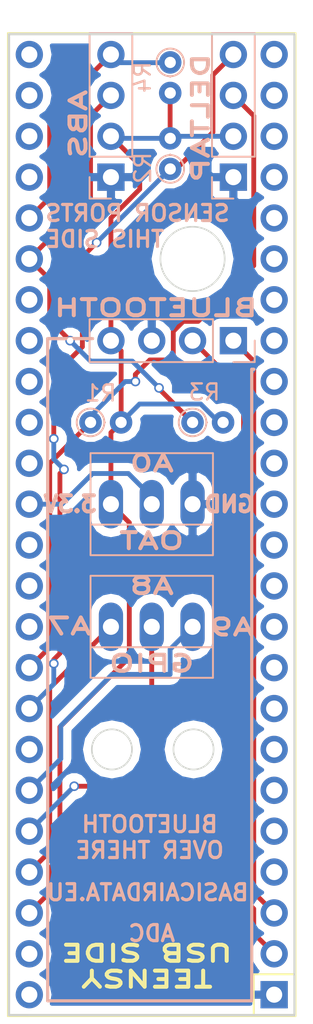
<source format=kicad_pcb>
(kicad_pcb (version 4) (host pcbnew 4.0.6)

  (general
    (links 26)
    (no_connects 0)
    (area 39.884999 28.235 59.643334 92.195001)
    (thickness 1.6)
    (drawings 59)
    (tracks 118)
    (zones 0)
    (modules 10)
    (nets 49)
  )

  (page A4)
  (layers
    (0 F.Cu signal)
    (31 B.Cu signal)
    (32 B.Adhes user)
    (33 F.Adhes user)
    (34 B.Paste user)
    (35 F.Paste user)
    (36 B.SilkS user)
    (37 F.SilkS user)
    (38 B.Mask user)
    (39 F.Mask user)
    (40 Dwgs.User user)
    (41 Cmts.User user)
    (42 Eco1.User user)
    (43 Eco2.User user)
    (44 Edge.Cuts user)
    (45 Margin user)
    (46 B.CrtYd user)
    (47 F.CrtYd user)
    (48 B.Fab user)
    (49 F.Fab user)
  )

  (setup
    (last_trace_width 0.3)
    (trace_clearance 0.2)
    (zone_clearance 0.508)
    (zone_45_only no)
    (trace_min 0.3)
    (segment_width 0.2)
    (edge_width 0.15)
    (via_size 0.6)
    (via_drill 0.4)
    (via_min_size 0.4)
    (via_min_drill 0.3)
    (uvia_size 0.3)
    (uvia_drill 0.1)
    (uvias_allowed no)
    (uvia_min_size 0.2)
    (uvia_min_drill 0.1)
    (pcb_text_width 0.3)
    (pcb_text_size 1.5 1.5)
    (mod_edge_width 0.15)
    (mod_text_size 1 1)
    (mod_text_width 0.15)
    (pad_size 1.524 1.524)
    (pad_drill 0.762)
    (pad_to_mask_clearance 0.2)
    (aux_axis_origin 40.64 91.44)
    (visible_elements 7FFFFFFF)
    (pcbplotparams
      (layerselection 0x01030_80000001)
      (usegerberextensions false)
      (excludeedgelayer true)
      (linewidth 0.100000)
      (plotframeref false)
      (viasonmask false)
      (mode 1)
      (useauxorigin true)
      (hpglpennumber 1)
      (hpglpenspeed 20)
      (hpglpendiameter 15)
      (hpglpenoverlay 2)
      (psnegative false)
      (psa4output false)
      (plotreference true)
      (plotvalue true)
      (plotinvisibletext false)
      (padsonsilk false)
      (subtractmaskfromsilk false)
      (outputformat 1)
      (mirror false)
      (drillshape 0)
      (scaleselection 1)
      (outputdirectory C:/Users/larraguetajunior/Desktop/PCBRPINT/))
  )

  (net 0 "")
  (net 1 "Net-(ABSP1-Pad3)")
  (net 2 "Net-(ABSP1-Pad4)")
  (net 3 "Net-(DELTAP1-Pad3)")
  (net 4 "Net-(DELTAP1-Pad4)")
  (net 5 "Net-(OAT1-Pad2)")
  (net 6 GND)
  (net 7 +3V3)
  (net 8 "Net-(BLUETOOTH1-Pad1)")
  (net 9 "Net-(BLUETOOTH1-Pad2)")
  (net 10 "Net-(GPIO1-Pad1)")
  (net 11 "Net-(GPIO1-Pad2)")
  (net 12 "Net-(TEENSYV3.6-Pad25)")
  (net 13 "Net-(TEENSYV3.6-Pad26)")
  (net 14 "Net-(TEENSYV3.6-Pad4)")
  (net 15 "Net-(TEENSYV3.6-Pad5)")
  (net 16 "Net-(TEENSYV3.6-Pad6)")
  (net 17 "Net-(TEENSYV3.6-Pad7)")
  (net 18 "Net-(TEENSYV3.6-Pad31)")
  (net 19 "Net-(TEENSYV3.6-Pad8)")
  (net 20 "Net-(TEENSYV3.6-Pad9)")
  (net 21 "Net-(TEENSYV3.6-Pad10)")
  (net 22 "Net-(TEENSYV3.6-Pad34)")
  (net 23 "Net-(TEENSYV3.6-Pad11)")
  (net 24 "Net-(TEENSYV3.6-Pad35)")
  (net 25 "Net-(TEENSYV3.6-Pad12)")
  (net 26 "Net-(TEENSYV3.6-Pad36)")
  (net 27 "Net-(TEENSYV3.6-Pad13)")
  (net 28 "Net-(TEENSYV3.6-Pad14)")
  (net 29 "Net-(TEENSYV3.6-Pad38)")
  (net 30 "Net-(TEENSYV3.6-Pad15)")
  (net 31 "Net-(TEENSYV3.6-Pad39)")
  (net 32 "Net-(TEENSYV3.6-Pad16)")
  (net 33 "Net-(TEENSYV3.6-Pad40)")
  (net 34 "Net-(TEENSYV3.6-Pad17)")
  (net 35 "Net-(TEENSYV3.6-Pad41)")
  (net 36 "Net-(TEENSYV3.6-Pad18)")
  (net 37 "Net-(TEENSYV3.6-Pad42)")
  (net 38 "Net-(TEENSYV3.6-Pad19)")
  (net 39 "Net-(TEENSYV3.6-Pad20)")
  (net 40 "Net-(TEENSYV3.6-Pad21)")
  (net 41 "Net-(TEENSYV3.6-Pad45)")
  (net 42 "Net-(TEENSYV3.6-Pad22)")
  (net 43 "Net-(TEENSYV3.6-Pad46)")
  (net 44 "Net-(TEENSYV3.6-Pad23)")
  (net 45 "Net-(TEENSYV3.6-Pad47)")
  (net 46 "Net-(TEENSYV3.6-Pad24)")
  (net 47 "Net-(TEENSYV3.6-Pad48)")
  (net 48 "Net-(GPIO1-Pad3)")

  (net_class Default "Questo è il gruppo di collegamenti predefinito"
    (clearance 0.2)
    (trace_width 0.3)
    (via_dia 0.6)
    (via_drill 0.4)
    (uvia_dia 0.3)
    (uvia_drill 0.1)
    (add_net +3V3)
    (add_net GND)
    (add_net "Net-(ABSP1-Pad3)")
    (add_net "Net-(ABSP1-Pad4)")
    (add_net "Net-(BLUETOOTH1-Pad1)")
    (add_net "Net-(BLUETOOTH1-Pad2)")
    (add_net "Net-(DELTAP1-Pad3)")
    (add_net "Net-(DELTAP1-Pad4)")
    (add_net "Net-(GPIO1-Pad1)")
    (add_net "Net-(GPIO1-Pad2)")
    (add_net "Net-(GPIO1-Pad3)")
    (add_net "Net-(OAT1-Pad2)")
    (add_net "Net-(TEENSYV3.6-Pad10)")
    (add_net "Net-(TEENSYV3.6-Pad11)")
    (add_net "Net-(TEENSYV3.6-Pad12)")
    (add_net "Net-(TEENSYV3.6-Pad13)")
    (add_net "Net-(TEENSYV3.6-Pad14)")
    (add_net "Net-(TEENSYV3.6-Pad15)")
    (add_net "Net-(TEENSYV3.6-Pad16)")
    (add_net "Net-(TEENSYV3.6-Pad17)")
    (add_net "Net-(TEENSYV3.6-Pad18)")
    (add_net "Net-(TEENSYV3.6-Pad19)")
    (add_net "Net-(TEENSYV3.6-Pad20)")
    (add_net "Net-(TEENSYV3.6-Pad21)")
    (add_net "Net-(TEENSYV3.6-Pad22)")
    (add_net "Net-(TEENSYV3.6-Pad23)")
    (add_net "Net-(TEENSYV3.6-Pad24)")
    (add_net "Net-(TEENSYV3.6-Pad25)")
    (add_net "Net-(TEENSYV3.6-Pad26)")
    (add_net "Net-(TEENSYV3.6-Pad31)")
    (add_net "Net-(TEENSYV3.6-Pad34)")
    (add_net "Net-(TEENSYV3.6-Pad35)")
    (add_net "Net-(TEENSYV3.6-Pad36)")
    (add_net "Net-(TEENSYV3.6-Pad38)")
    (add_net "Net-(TEENSYV3.6-Pad39)")
    (add_net "Net-(TEENSYV3.6-Pad4)")
    (add_net "Net-(TEENSYV3.6-Pad40)")
    (add_net "Net-(TEENSYV3.6-Pad41)")
    (add_net "Net-(TEENSYV3.6-Pad42)")
    (add_net "Net-(TEENSYV3.6-Pad45)")
    (add_net "Net-(TEENSYV3.6-Pad46)")
    (add_net "Net-(TEENSYV3.6-Pad47)")
    (add_net "Net-(TEENSYV3.6-Pad48)")
    (add_net "Net-(TEENSYV3.6-Pad5)")
    (add_net "Net-(TEENSYV3.6-Pad6)")
    (add_net "Net-(TEENSYV3.6-Pad7)")
    (add_net "Net-(TEENSYV3.6-Pad8)")
    (add_net "Net-(TEENSYV3.6-Pad9)")
  )

  (module Socket_Strips:Socket_Strip_Straight_1x04_Pitch2.54mm (layer B.Cu) (tedit 5926827F) (tstamp 5925991A)
    (at 46.99 39.37)
    (descr "Through hole straight socket strip, 1x04, 2.54mm pitch, single row")
    (tags "Through hole socket strip THT 1x04 2.54mm single row")
    (path /58D93258)
    (fp_text reference ABSP1 (at -2.03 -3.54 90) (layer B.SilkS) hide
      (effects (font (size 1 1) (thickness 0.15)) (justify mirror))
    )
    (fp_text value CONN_01X04 (at 0 -9.95) (layer B.Fab)
      (effects (font (size 1 1) (thickness 0.15)) (justify mirror))
    )
    (fp_line (start -1.27 1.27) (end -1.27 -8.89) (layer B.Fab) (width 0.1))
    (fp_line (start -1.27 -8.89) (end 1.27 -8.89) (layer B.Fab) (width 0.1))
    (fp_line (start 1.27 -8.89) (end 1.27 1.27) (layer B.Fab) (width 0.1))
    (fp_line (start 1.27 1.27) (end -1.27 1.27) (layer B.Fab) (width 0.1))
    (fp_line (start -1.33 -1.27) (end -1.33 -8.95) (layer B.SilkS) (width 0.12))
    (fp_line (start -1.33 -8.95) (end 1.33 -8.95) (layer B.SilkS) (width 0.12))
    (fp_line (start 1.33 -8.95) (end 1.33 -1.27) (layer B.SilkS) (width 0.12))
    (fp_line (start 1.33 -1.27) (end -1.33 -1.27) (layer B.SilkS) (width 0.12))
    (fp_line (start -1.33 0) (end -1.33 1.33) (layer B.SilkS) (width 0.12))
    (fp_line (start -1.33 1.33) (end 0 1.33) (layer B.SilkS) (width 0.12))
    (fp_line (start -1.8 1.8) (end -1.8 -9.4) (layer B.CrtYd) (width 0.05))
    (fp_line (start -1.8 -9.4) (end 1.8 -9.4) (layer B.CrtYd) (width 0.05))
    (fp_line (start 1.8 -9.4) (end 1.8 1.8) (layer B.CrtYd) (width 0.05))
    (fp_line (start 1.8 1.8) (end -1.8 1.8) (layer B.CrtYd) (width 0.05))
    (fp_text user %R (at -1.99 -3.1 90) (layer B.Fab)
      (effects (font (size 1 1) (thickness 0.15)) (justify mirror))
    )
    (pad 1 thru_hole rect (at 0 0) (size 1.7 1.7) (drill 1) (layers *.Cu *.Mask)
      (net 6 GND))
    (pad 2 thru_hole oval (at 0 -2.54) (size 1.7 1.7) (drill 1) (layers *.Cu *.Mask)
      (net 7 +3V3))
    (pad 3 thru_hole oval (at 0 -5.08) (size 1.7 1.7) (drill 1) (layers *.Cu *.Mask)
      (net 1 "Net-(ABSP1-Pad3)"))
    (pad 4 thru_hole oval (at 0 -7.62) (size 1.7 1.7) (drill 1) (layers *.Cu *.Mask)
      (net 2 "Net-(ABSP1-Pad4)"))
    (model ${KISYS3DMOD}/Socket_Strips.3dshapes/Socket_Strip_Straight_1x04_Pitch2.54mm.wrl
      (at (xyz 0 -0.15 0))
      (scale (xyz 1 1 1))
      (rotate (xyz 0 0 270))
    )
  )

  (module Socket_Strips:Socket_Strip_Straight_1x04_Pitch2.54mm (layer B.Cu) (tedit 5926823E) (tstamp 59259931)
    (at 54.61 49.53 90)
    (descr "Through hole straight socket strip, 1x04, 2.54mm pitch, single row")
    (tags "Through hole socket strip THT 1x04 2.54mm single row")
    (path /5922CFA5)
    (fp_text reference BLUETOOTH1 (at 1.95 -3.82 180) (layer B.SilkS) hide
      (effects (font (size 1 1) (thickness 0.15)) (justify mirror))
    )
    (fp_text value CONN_01X04 (at 0 -9.95 90) (layer B.Fab)
      (effects (font (size 1 1) (thickness 0.15)) (justify mirror))
    )
    (fp_line (start -1.27 1.27) (end -1.27 -8.89) (layer B.Fab) (width 0.1))
    (fp_line (start -1.27 -8.89) (end 1.27 -8.89) (layer B.Fab) (width 0.1))
    (fp_line (start 1.27 -8.89) (end 1.27 1.27) (layer B.Fab) (width 0.1))
    (fp_line (start 1.27 1.27) (end -1.27 1.27) (layer B.Fab) (width 0.1))
    (fp_line (start -1.33 -1.27) (end -1.33 -8.95) (layer B.SilkS) (width 0.12))
    (fp_line (start -1.33 -8.95) (end 1.33 -8.95) (layer B.SilkS) (width 0.12))
    (fp_line (start 1.33 -8.95) (end 1.33 -1.27) (layer B.SilkS) (width 0.12))
    (fp_line (start 1.33 -1.27) (end -1.33 -1.27) (layer B.SilkS) (width 0.12))
    (fp_line (start -1.33 0) (end -1.33 1.33) (layer B.SilkS) (width 0.12))
    (fp_line (start -1.33 1.33) (end 0 1.33) (layer B.SilkS) (width 0.12))
    (fp_line (start -1.8 1.8) (end -1.8 -9.4) (layer B.CrtYd) (width 0.05))
    (fp_line (start -1.8 -9.4) (end 1.8 -9.4) (layer B.CrtYd) (width 0.05))
    (fp_line (start 1.8 -9.4) (end 1.8 1.8) (layer B.CrtYd) (width 0.05))
    (fp_line (start 1.8 1.8) (end -1.8 1.8) (layer B.CrtYd) (width 0.05))
    (fp_text user %R (at 0 2.33 90) (layer B.Fab)
      (effects (font (size 1 1) (thickness 0.15)) (justify mirror))
    )
    (pad 1 thru_hole rect (at 0 0 90) (size 1.7 1.7) (drill 1) (layers *.Cu *.Mask)
      (net 8 "Net-(BLUETOOTH1-Pad1)"))
    (pad 2 thru_hole oval (at 0 -2.54 90) (size 1.7 1.7) (drill 1) (layers *.Cu *.Mask)
      (net 9 "Net-(BLUETOOTH1-Pad2)"))
    (pad 3 thru_hole oval (at 0 -5.08 90) (size 1.7 1.7) (drill 1) (layers *.Cu *.Mask)
      (net 6 GND))
    (pad 4 thru_hole oval (at 0 -7.62 90) (size 1.7 1.7) (drill 1) (layers *.Cu *.Mask)
      (net 7 +3V3))
    (model ${KISYS3DMOD}/Socket_Strips.3dshapes/Socket_Strip_Straight_1x04_Pitch2.54mm.wrl
      (at (xyz 0 -0.15 0))
      (scale (xyz 1 1 1))
      (rotate (xyz 0 0 270))
    )
  )

  (module Socket_Strips:Socket_Strip_Straight_1x04_Pitch2.54mm (layer B.Cu) (tedit 59268264) (tstamp 59259948)
    (at 54.61 39.37)
    (descr "Through hole straight socket strip, 1x04, 2.54mm pitch, single row")
    (tags "Through hole socket strip THT 1x04 2.54mm single row")
    (path /58D93201)
    (fp_text reference DELTAP1 (at -2.23 -3.22 90) (layer B.SilkS) hide
      (effects (font (size 1 1) (thickness 0.15)) (justify mirror))
    )
    (fp_text value CONN_01X04 (at 0 -9.95) (layer B.Fab)
      (effects (font (size 1 1) (thickness 0.15)) (justify mirror))
    )
    (fp_line (start -1.27 1.27) (end -1.27 -8.89) (layer B.Fab) (width 0.1))
    (fp_line (start -1.27 -8.89) (end 1.27 -8.89) (layer B.Fab) (width 0.1))
    (fp_line (start 1.27 -8.89) (end 1.27 1.27) (layer B.Fab) (width 0.1))
    (fp_line (start 1.27 1.27) (end -1.27 1.27) (layer B.Fab) (width 0.1))
    (fp_line (start -1.33 -1.27) (end -1.33 -8.95) (layer B.SilkS) (width 0.12))
    (fp_line (start -1.33 -8.95) (end 1.33 -8.95) (layer B.SilkS) (width 0.12))
    (fp_line (start 1.33 -8.95) (end 1.33 -1.27) (layer B.SilkS) (width 0.12))
    (fp_line (start 1.33 -1.27) (end -1.33 -1.27) (layer B.SilkS) (width 0.12))
    (fp_line (start -1.33 0) (end -1.33 1.33) (layer B.SilkS) (width 0.12))
    (fp_line (start -1.33 1.33) (end 0 1.33) (layer B.SilkS) (width 0.12))
    (fp_line (start -1.8 1.8) (end -1.8 -9.4) (layer B.CrtYd) (width 0.05))
    (fp_line (start -1.8 -9.4) (end 1.8 -9.4) (layer B.CrtYd) (width 0.05))
    (fp_line (start 1.8 -9.4) (end 1.8 1.8) (layer B.CrtYd) (width 0.05))
    (fp_line (start 1.8 1.8) (end -1.8 1.8) (layer B.CrtYd) (width 0.05))
    (fp_text user %R (at -2.23 -3.24 90) (layer B.Fab)
      (effects (font (size 1 1) (thickness 0.15)) (justify mirror))
    )
    (pad 1 thru_hole rect (at 0 0) (size 1.7 1.7) (drill 1) (layers *.Cu *.Mask)
      (net 6 GND))
    (pad 2 thru_hole oval (at 0 -2.54) (size 1.7 1.7) (drill 1) (layers *.Cu *.Mask)
      (net 7 +3V3))
    (pad 3 thru_hole oval (at 0 -5.08) (size 1.7 1.7) (drill 1) (layers *.Cu *.Mask)
      (net 3 "Net-(DELTAP1-Pad3)"))
    (pad 4 thru_hole oval (at 0 -7.62) (size 1.7 1.7) (drill 1) (layers *.Cu *.Mask)
      (net 4 "Net-(DELTAP1-Pad4)"))
    (model ${KISYS3DMOD}/Socket_Strips.3dshapes/Socket_Strip_Straight_1x04_Pitch2.54mm.wrl
      (at (xyz 0 -0.15 0))
      (scale (xyz 1 1 1))
      (rotate (xyz 0 0 270))
    )
  )

  (module Connect:PINHEAD1-3 (layer B.Cu) (tedit 59267F5F) (tstamp 59259958)
    (at 46.99 67.31)
    (path /59259417)
    (fp_text reference GPIO1 (at 2.59 3.8) (layer B.SilkS) hide
      (effects (font (size 1 1) (thickness 0.15)) (justify mirror))
    )
    (fp_text value CONN_01X03 (at 2.54 -3.81) (layer B.Fab)
      (effects (font (size 1 1) (thickness 0.15)) (justify mirror))
    )
    (fp_line (start -1.27 3.17) (end -1.27 -3.17) (layer B.SilkS) (width 0.12))
    (fp_line (start 6.35 3.17) (end 6.35 -3.17) (layer B.SilkS) (width 0.12))
    (fp_line (start 6.35 1.27) (end -1.27 1.27) (layer B.SilkS) (width 0.12))
    (fp_line (start -1.27 3.17) (end 6.35 3.17) (layer B.SilkS) (width 0.12))
    (fp_line (start 6.35 -3.17) (end -1.27 -3.17) (layer B.SilkS) (width 0.12))
    (fp_line (start -1.52 3.42) (end 6.6 3.42) (layer B.CrtYd) (width 0.05))
    (fp_line (start -1.52 3.42) (end -1.52 -3.42) (layer B.CrtYd) (width 0.05))
    (fp_line (start 6.6 -3.42) (end 6.6 3.42) (layer B.CrtYd) (width 0.05))
    (fp_line (start 6.6 -3.42) (end -1.52 -3.42) (layer B.CrtYd) (width 0.05))
    (pad 1 thru_hole oval (at 0 0) (size 1.51 3.01) (drill 1) (layers *.Cu *.Mask)
      (net 10 "Net-(GPIO1-Pad1)"))
    (pad 2 thru_hole oval (at 2.54 0) (size 1.51 3.01) (drill 1) (layers *.Cu *.Mask)
      (net 11 "Net-(GPIO1-Pad2)"))
    (pad 3 thru_hole oval (at 5.08 0) (size 1.51 3.01) (drill 1) (layers *.Cu *.Mask)
      (net 48 "Net-(GPIO1-Pad3)"))
  )

  (module Connect:PINHEAD1-3 (layer B.Cu) (tedit 59267F38) (tstamp 59259968)
    (at 46.99 59.69)
    (path /58DA631A)
    (fp_text reference OAT1 (at 2.59 3.8) (layer B.SilkS) hide
      (effects (font (size 1 1) (thickness 0.15)) (justify mirror))
    )
    (fp_text value CONN_01X03 (at 2.54 -3.81) (layer B.Fab)
      (effects (font (size 1 1) (thickness 0.15)) (justify mirror))
    )
    (fp_line (start -1.27 3.17) (end -1.27 -3.17) (layer B.SilkS) (width 0.12))
    (fp_line (start 6.35 3.17) (end 6.35 -3.17) (layer B.SilkS) (width 0.12))
    (fp_line (start 6.35 1.27) (end -1.27 1.27) (layer B.SilkS) (width 0.12))
    (fp_line (start -1.27 3.17) (end 6.35 3.17) (layer B.SilkS) (width 0.12))
    (fp_line (start 6.35 -3.17) (end -1.27 -3.17) (layer B.SilkS) (width 0.12))
    (fp_line (start -1.52 3.42) (end 6.6 3.42) (layer B.CrtYd) (width 0.05))
    (fp_line (start -1.52 3.42) (end -1.52 -3.42) (layer B.CrtYd) (width 0.05))
    (fp_line (start 6.6 -3.42) (end 6.6 3.42) (layer B.CrtYd) (width 0.05))
    (fp_line (start 6.6 -3.42) (end -1.52 -3.42) (layer B.CrtYd) (width 0.05))
    (pad 1 thru_hole oval (at 0 0) (size 1.51 3.01) (drill 1) (layers *.Cu *.Mask)
      (net 7 +3V3))
    (pad 2 thru_hole oval (at 2.54 0) (size 1.51 3.01) (drill 1) (layers *.Cu *.Mask)
      (net 5 "Net-(OAT1-Pad2)"))
    (pad 3 thru_hole oval (at 5.08 0) (size 1.51 3.01) (drill 1) (layers *.Cu *.Mask)
      (net 6 GND))
  )

  (module Resistors_ThroughHole:R_Axial_DIN0204_L3.6mm_D1.6mm_P1.90mm_Vertical (layer B.Cu) (tedit 59267687) (tstamp 5925996E)
    (at 45.72 54.61)
    (descr "Resistor, Axial_DIN0204 series, Axial, Vertical, pin pitch=1.9mm, 0.16666666666666666W = 1/6W, length*diameter=3.6*1.6mm^2, http://cdn-reichelt.de/documents/datenblatt/B400/1_4W%23YAG.pdf")
    (tags "Resistor Axial_DIN0204 series Axial Vertical pin pitch 1.9mm 0.16666666666666666W = 1/6W length 3.6mm diameter 1.6mm")
    (path /58DA2C0D)
    (fp_text reference R1 (at 0.63 -1.82) (layer B.SilkS)
      (effects (font (size 1 1) (thickness 0.15)) (justify mirror))
    )
    (fp_text value 4700 (at 0.95 -1.86) (layer B.Fab)
      (effects (font (size 1 1) (thickness 0.15)) (justify mirror))
    )
    (fp_circle (center 0 0) (end 0.8 0) (layer B.Fab) (width 0.1))
    (fp_circle (center 0 0) (end 0.86 0) (layer B.SilkS) (width 0.12))
    (fp_line (start 0 0) (end 1.9 0) (layer B.Fab) (width 0.1))
    (fp_line (start 0.86 0) (end 0.9 0) (layer B.SilkS) (width 0.12))
    (fp_line (start -1.15 1.15) (end -1.15 -1.15) (layer B.CrtYd) (width 0.05))
    (fp_line (start -1.15 -1.15) (end 2.95 -1.15) (layer B.CrtYd) (width 0.05))
    (fp_line (start 2.95 -1.15) (end 2.95 1.15) (layer B.CrtYd) (width 0.05))
    (fp_line (start 2.95 1.15) (end -1.15 1.15) (layer B.CrtYd) (width 0.05))
    (pad 1 thru_hole circle (at 0 0) (size 1.4 1.4) (drill 0.7) (layers *.Cu *.Mask)
      (net 3 "Net-(DELTAP1-Pad3)"))
    (pad 2 thru_hole oval (at 1.9 0) (size 1.4 1.4) (drill 0.7) (layers *.Cu *.Mask)
      (net 7 +3V3))
    (model Resistors_THT.3dshapes/R_Axial_DIN0204_L3.6mm_D1.6mm_P1.90mm_Vertical.wrl
      (at (xyz 0 0 0))
      (scale (xyz 0.393701 0.393701 0.393701))
      (rotate (xyz 0 0 0))
    )
  )

  (module Resistors_ThroughHole:R_Axial_DIN0204_L3.6mm_D1.6mm_P1.90mm_Vertical (layer B.Cu) (tedit 59267754) (tstamp 59259974)
    (at 50.68 38.86 90)
    (descr "Resistor, Axial_DIN0204 series, Axial, Vertical, pin pitch=1.9mm, 0.16666666666666666W = 1/6W, length*diameter=3.6*1.6mm^2, http://cdn-reichelt.de/documents/datenblatt/B400/1_4W%23YAG.pdf")
    (tags "Resistor Axial_DIN0204 series Axial Vertical pin pitch 1.9mm 0.16666666666666666W = 1/6W length 3.6mm diameter 1.6mm")
    (path /58DA2CB6)
    (fp_text reference R2 (at 0.06 -1.71 90) (layer B.SilkS)
      (effects (font (size 1 1) (thickness 0.15)) (justify mirror))
    )
    (fp_text value 4700 (at 0.95 -1.86 90) (layer B.Fab)
      (effects (font (size 1 1) (thickness 0.15)) (justify mirror))
    )
    (fp_circle (center 0 0) (end 0.8 0) (layer B.Fab) (width 0.1))
    (fp_circle (center 0 0) (end 0.86 0) (layer B.SilkS) (width 0.12))
    (fp_line (start 0 0) (end 1.9 0) (layer B.Fab) (width 0.1))
    (fp_line (start 0.86 0) (end 0.9 0) (layer B.SilkS) (width 0.12))
    (fp_line (start -1.15 1.15) (end -1.15 -1.15) (layer B.CrtYd) (width 0.05))
    (fp_line (start -1.15 -1.15) (end 2.95 -1.15) (layer B.CrtYd) (width 0.05))
    (fp_line (start 2.95 -1.15) (end 2.95 1.15) (layer B.CrtYd) (width 0.05))
    (fp_line (start 2.95 1.15) (end -1.15 1.15) (layer B.CrtYd) (width 0.05))
    (pad 1 thru_hole circle (at 0 0 90) (size 1.4 1.4) (drill 0.7) (layers *.Cu *.Mask)
      (net 4 "Net-(DELTAP1-Pad4)"))
    (pad 2 thru_hole oval (at 1.9 0 90) (size 1.4 1.4) (drill 0.7) (layers *.Cu *.Mask)
      (net 7 +3V3))
    (model Resistors_THT.3dshapes/R_Axial_DIN0204_L3.6mm_D1.6mm_P1.90mm_Vertical.wrl
      (at (xyz 0 0 0))
      (scale (xyz 0.393701 0.393701 0.393701))
      (rotate (xyz 0 0 0))
    )
  )

  (module Resistors_ThroughHole:R_Axial_DIN0204_L3.6mm_D1.6mm_P1.90mm_Vertical (layer B.Cu) (tedit 5926768B) (tstamp 5925997A)
    (at 52.07 54.61)
    (descr "Resistor, Axial_DIN0204 series, Axial, Vertical, pin pitch=1.9mm, 0.16666666666666666W = 1/6W, length*diameter=3.6*1.6mm^2, http://cdn-reichelt.de/documents/datenblatt/B400/1_4W%23YAG.pdf")
    (tags "Resistor Axial_DIN0204 series Axial Vertical pin pitch 1.9mm 0.16666666666666666W = 1/6W length 3.6mm diameter 1.6mm")
    (path /58DA2DFB)
    (fp_text reference R3 (at 0.74 -1.88) (layer B.SilkS)
      (effects (font (size 1 1) (thickness 0.15)) (justify mirror))
    )
    (fp_text value 4700 (at 0.95 -1.86) (layer B.Fab)
      (effects (font (size 1 1) (thickness 0.15)) (justify mirror))
    )
    (fp_circle (center 0 0) (end 0.8 0) (layer B.Fab) (width 0.1))
    (fp_circle (center 0 0) (end 0.86 0) (layer B.SilkS) (width 0.12))
    (fp_line (start 0 0) (end 1.9 0) (layer B.Fab) (width 0.1))
    (fp_line (start 0.86 0) (end 0.9 0) (layer B.SilkS) (width 0.12))
    (fp_line (start -1.15 1.15) (end -1.15 -1.15) (layer B.CrtYd) (width 0.05))
    (fp_line (start -1.15 -1.15) (end 2.95 -1.15) (layer B.CrtYd) (width 0.05))
    (fp_line (start 2.95 -1.15) (end 2.95 1.15) (layer B.CrtYd) (width 0.05))
    (fp_line (start 2.95 1.15) (end -1.15 1.15) (layer B.CrtYd) (width 0.05))
    (pad 1 thru_hole circle (at 0 0) (size 1.4 1.4) (drill 0.7) (layers *.Cu *.Mask)
      (net 1 "Net-(ABSP1-Pad3)"))
    (pad 2 thru_hole oval (at 1.9 0) (size 1.4 1.4) (drill 0.7) (layers *.Cu *.Mask)
      (net 7 +3V3))
    (model Resistors_THT.3dshapes/R_Axial_DIN0204_L3.6mm_D1.6mm_P1.90mm_Vertical.wrl
      (at (xyz 0 0 0))
      (scale (xyz 0.393701 0.393701 0.393701))
      (rotate (xyz 0 0 0))
    )
  )

  (module Resistors_ThroughHole:R_Axial_DIN0204_L3.6mm_D1.6mm_P1.90mm_Vertical (layer B.Cu) (tedit 59267759) (tstamp 59259980)
    (at 50.68 32.24 270)
    (descr "Resistor, Axial_DIN0204 series, Axial, Vertical, pin pitch=1.9mm, 0.16666666666666666W = 1/6W, length*diameter=3.6*1.6mm^2, http://cdn-reichelt.de/documents/datenblatt/B400/1_4W%23YAG.pdf")
    (tags "Resistor Axial_DIN0204 series Axial Vertical pin pitch 1.9mm 0.16666666666666666W = 1/6W length 3.6mm diameter 1.6mm")
    (path /58DA2E44)
    (fp_text reference R4 (at 0.92 1.73 270) (layer B.SilkS)
      (effects (font (size 1 1) (thickness 0.15)) (justify mirror))
    )
    (fp_text value 4700 (at 0.95 -1.86 270) (layer B.Fab)
      (effects (font (size 1 1) (thickness 0.15)) (justify mirror))
    )
    (fp_circle (center 0 0) (end 0.8 0) (layer B.Fab) (width 0.1))
    (fp_circle (center 0 0) (end 0.86 0) (layer B.SilkS) (width 0.12))
    (fp_line (start 0 0) (end 1.9 0) (layer B.Fab) (width 0.1))
    (fp_line (start 0.86 0) (end 0.9 0) (layer B.SilkS) (width 0.12))
    (fp_line (start -1.15 1.15) (end -1.15 -1.15) (layer B.CrtYd) (width 0.05))
    (fp_line (start -1.15 -1.15) (end 2.95 -1.15) (layer B.CrtYd) (width 0.05))
    (fp_line (start 2.95 -1.15) (end 2.95 1.15) (layer B.CrtYd) (width 0.05))
    (fp_line (start 2.95 1.15) (end -1.15 1.15) (layer B.CrtYd) (width 0.05))
    (pad 1 thru_hole circle (at 0 0 270) (size 1.4 1.4) (drill 0.7) (layers *.Cu *.Mask)
      (net 2 "Net-(ABSP1-Pad4)"))
    (pad 2 thru_hole oval (at 1.9 0 270) (size 1.4 1.4) (drill 0.7) (layers *.Cu *.Mask)
      (net 7 +3V3))
    (model Resistors_THT.3dshapes/R_Axial_DIN0204_L3.6mm_D1.6mm_P1.90mm_Vertical.wrl
      (at (xyz 0 0 0))
      (scale (xyz 0.393701 0.393701 0.393701))
      (rotate (xyz 0 0 0))
    )
  )

  (module Teensy:Socket_Strip_Teensy3.6_2x24_Pitch2.54mm (layer F.Cu) (tedit 59267D62) (tstamp 592599B4)
    (at 49.53 90.17 180)
    (descr "Through hole straight socket Teensy 3.6 strip, 2x24, 2.54mm pitch, double rows")
    (tags "Through hole socket strip Teensy 3.6 THT 2x24 2.54mm double row")
    (path /58DA384C)
    (fp_text reference TEENSYV3.6 (at 0 4.064 180) (layer F.SilkS) hide
      (effects (font (size 1 1) (thickness 0.15)))
    )
    (fp_text value Teensy3.6fsocket (at 2.54 60.96 180) (layer F.Fab)
      (effects (font (size 1 1) (thickness 0.15)))
    )
    (fp_line (start -8.89 1.27) (end -6.35 1.27) (layer F.SilkS) (width 0.12))
    (fp_line (start -6.35 1.27) (end -6.35 -1.27) (layer F.SilkS) (width 0.12))
    (fp_line (start -3.81 59.69) (end 8.89 59.69) (layer F.Fab) (width 0.1))
    (fp_line (start -3.81 -1.27) (end 8.89 -1.27) (layer F.Fab) (width 0.1))
    (fp_line (start -8.89 -1.27) (end -8.89 59.69) (layer F.Fab) (width 0.1))
    (fp_line (start -8.89 59.69) (end -3.81 59.69) (layer F.Fab) (width 0.1))
    (fp_line (start 8.89 59.69) (end 8.89 -1.27) (layer F.Fab) (width 0.1))
    (fp_line (start -3.81 -1.27) (end -8.89 -1.27) (layer F.Fab) (width 0.1))
    (fp_line (start 8.95 1.27) (end 8.95 59.75) (layer F.SilkS) (width 0.12))
    (fp_line (start -8.95 59.75) (end 8.95 59.75) (layer F.SilkS) (width 0.12))
    (fp_line (start -8.95 59.75) (end -8.95 -1.33) (layer F.SilkS) (width 0.12))
    (fp_line (start -8.95 -1.33) (end 8.95 -1.33) (layer F.SilkS) (width 0.12))
    (fp_line (start 8.95 1.27) (end 8.95 -1.33) (layer F.SilkS) (width 0.12))
    (fp_line (start 8.95 -1.33) (end 7.68 -1.33) (layer F.SilkS) (width 0.12))
    (fp_line (start -9.43 -1.8) (end -9.43 60.2) (layer F.CrtYd) (width 0.05))
    (fp_line (start -9.43 60.2) (end 9.42 60.2) (layer F.CrtYd) (width 0.05))
    (fp_line (start 9.42 60.2) (end 9.42 -1.8) (layer F.CrtYd) (width 0.05))
    (fp_line (start 9.42 -1.8) (end -9.43 -1.8) (layer F.CrtYd) (width 0.05))
    (fp_text user %R (at 0.08 0.15 180) (layer F.Fab)
      (effects (font (size 1 1) (thickness 0.15)))
    )
    (pad 1 thru_hole rect (at -7.62 0 180) (size 1.7 1.7) (drill 1) (layers *.Cu *.Mask)
      (net 6 GND))
    (pad 25 thru_hole oval (at 7.62 0 180) (size 1.7 1.7) (drill 1) (layers *.Cu *.Mask)
      (net 12 "Net-(TEENSYV3.6-Pad25)"))
    (pad 2 thru_hole oval (at -7.62 2.54 180) (size 1.7 1.7) (drill 1) (layers *.Cu *.Mask)
      (net 9 "Net-(BLUETOOTH1-Pad2)"))
    (pad 26 thru_hole oval (at 7.62 2.54 180) (size 1.7 1.7) (drill 1) (layers *.Cu *.Mask)
      (net 13 "Net-(TEENSYV3.6-Pad26)"))
    (pad 3 thru_hole oval (at -7.62 5.08 180) (size 1.7 1.7) (drill 1) (layers *.Cu *.Mask)
      (net 8 "Net-(BLUETOOTH1-Pad1)"))
    (pad 27 thru_hole oval (at 7.62 5.08 180) (size 1.7 1.7) (drill 1) (layers *.Cu *.Mask)
      (net 7 +3V3))
    (pad 4 thru_hole oval (at -7.62 7.62 180) (size 1.7 1.7) (drill 1) (layers *.Cu *.Mask)
      (net 14 "Net-(TEENSYV3.6-Pad4)"))
    (pad 28 thru_hole oval (at 7.62 7.62 180) (size 1.7 1.7) (drill 1) (layers *.Cu *.Mask)
      (net 10 "Net-(GPIO1-Pad1)"))
    (pad 5 thru_hole oval (at -7.62 10.16 180) (size 1.7 1.7) (drill 1) (layers *.Cu *.Mask)
      (net 15 "Net-(TEENSYV3.6-Pad5)"))
    (pad 29 thru_hole oval (at 7.62 10.16 180) (size 1.7 1.7) (drill 1) (layers *.Cu *.Mask)
      (net 11 "Net-(GPIO1-Pad2)"))
    (pad 6 thru_hole oval (at -7.62 12.7 180) (size 1.7 1.7) (drill 1) (layers *.Cu *.Mask)
      (net 16 "Net-(TEENSYV3.6-Pad6)"))
    (pad 30 thru_hole oval (at 7.62 12.7 180) (size 1.7 1.7) (drill 1) (layers *.Cu *.Mask)
      (net 48 "Net-(GPIO1-Pad3)"))
    (pad 7 thru_hole oval (at -7.62 15.24 180) (size 1.7 1.7) (drill 1) (layers *.Cu *.Mask)
      (net 17 "Net-(TEENSYV3.6-Pad7)"))
    (pad 31 thru_hole oval (at 7.62 15.24 180) (size 1.7 1.7) (drill 1) (layers *.Cu *.Mask)
      (net 18 "Net-(TEENSYV3.6-Pad31)"))
    (pad 8 thru_hole oval (at -7.62 17.78 180) (size 1.7 1.7) (drill 1) (layers *.Cu *.Mask)
      (net 19 "Net-(TEENSYV3.6-Pad8)"))
    (pad 32 thru_hole oval (at 7.62 17.78 180) (size 1.7 1.7) (drill 1) (layers *.Cu *.Mask)
      (net 4 "Net-(DELTAP1-Pad4)"))
    (pad 9 thru_hole oval (at -7.62 20.32 180) (size 1.7 1.7) (drill 1) (layers *.Cu *.Mask)
      (net 20 "Net-(TEENSYV3.6-Pad9)"))
    (pad 33 thru_hole oval (at 7.62 20.32 180) (size 1.7 1.7) (drill 1) (layers *.Cu *.Mask)
      (net 3 "Net-(DELTAP1-Pad3)"))
    (pad 10 thru_hole oval (at -7.62 22.86 180) (size 1.7 1.7) (drill 1) (layers *.Cu *.Mask)
      (net 21 "Net-(TEENSYV3.6-Pad10)"))
    (pad 34 thru_hole oval (at 7.62 22.86 180) (size 1.7 1.7) (drill 1) (layers *.Cu *.Mask)
      (net 22 "Net-(TEENSYV3.6-Pad34)"))
    (pad 11 thru_hole oval (at -7.62 25.4 180) (size 1.7 1.7) (drill 1) (layers *.Cu *.Mask)
      (net 23 "Net-(TEENSYV3.6-Pad11)"))
    (pad 35 thru_hole oval (at 7.62 25.4 180) (size 1.7 1.7) (drill 1) (layers *.Cu *.Mask)
      (net 24 "Net-(TEENSYV3.6-Pad35)"))
    (pad 12 thru_hole oval (at -7.62 27.94 180) (size 1.7 1.7) (drill 1) (layers *.Cu *.Mask)
      (net 25 "Net-(TEENSYV3.6-Pad12)"))
    (pad 36 thru_hole oval (at 7.62 27.94 180) (size 1.7 1.7) (drill 1) (layers *.Cu *.Mask)
      (net 26 "Net-(TEENSYV3.6-Pad36)"))
    (pad 13 thru_hole oval (at -7.62 30.48 180) (size 1.7 1.7) (drill 1) (layers *.Cu *.Mask)
      (net 27 "Net-(TEENSYV3.6-Pad13)"))
    (pad 37 thru_hole oval (at 7.62 30.48 180) (size 1.7 1.7) (drill 1) (layers *.Cu *.Mask)
      (net 5 "Net-(OAT1-Pad2)"))
    (pad 14 thru_hole oval (at -7.62 33.02 180) (size 1.7 1.7) (drill 1) (layers *.Cu *.Mask)
      (net 28 "Net-(TEENSYV3.6-Pad14)"))
    (pad 38 thru_hole oval (at 7.62 33.02 180) (size 1.7 1.7) (drill 1) (layers *.Cu *.Mask)
      (net 29 "Net-(TEENSYV3.6-Pad38)"))
    (pad 15 thru_hole oval (at -7.62 35.56 180) (size 1.7 1.7) (drill 1) (layers *.Cu *.Mask)
      (net 30 "Net-(TEENSYV3.6-Pad15)"))
    (pad 39 thru_hole oval (at 7.62 35.56 180) (size 1.7 1.7) (drill 1) (layers *.Cu *.Mask)
      (net 31 "Net-(TEENSYV3.6-Pad39)"))
    (pad 16 thru_hole oval (at -7.62 38.1 180) (size 1.7 1.7) (drill 1) (layers *.Cu *.Mask)
      (net 32 "Net-(TEENSYV3.6-Pad16)"))
    (pad 40 thru_hole oval (at 7.62 38.1 180) (size 1.7 1.7) (drill 1) (layers *.Cu *.Mask)
      (net 33 "Net-(TEENSYV3.6-Pad40)"))
    (pad 17 thru_hole oval (at -7.62 40.64 180) (size 1.7 1.7) (drill 1) (layers *.Cu *.Mask)
      (net 34 "Net-(TEENSYV3.6-Pad17)"))
    (pad 41 thru_hole oval (at 7.62 40.64 180) (size 1.7 1.7) (drill 1) (layers *.Cu *.Mask)
      (net 35 "Net-(TEENSYV3.6-Pad41)"))
    (pad 18 thru_hole oval (at -7.62 43.18 180) (size 1.7 1.7) (drill 1) (layers *.Cu *.Mask)
      (net 36 "Net-(TEENSYV3.6-Pad18)"))
    (pad 42 thru_hole oval (at 7.62 43.18 180) (size 1.7 1.7) (drill 1) (layers *.Cu *.Mask)
      (net 37 "Net-(TEENSYV3.6-Pad42)"))
    (pad 19 thru_hole oval (at -7.62 45.72 180) (size 1.7 1.7) (drill 1) (layers *.Cu *.Mask)
      (net 38 "Net-(TEENSYV3.6-Pad19)"))
    (pad 43 thru_hole oval (at 7.62 45.72 180) (size 1.7 1.7) (drill 1) (layers *.Cu *.Mask)
      (net 1 "Net-(ABSP1-Pad3)"))
    (pad 20 thru_hole oval (at -7.62 48.26 180) (size 1.7 1.7) (drill 1) (layers *.Cu *.Mask)
      (net 39 "Net-(TEENSYV3.6-Pad20)"))
    (pad 44 thru_hole oval (at 7.62 48.26 180) (size 1.7 1.7) (drill 1) (layers *.Cu *.Mask)
      (net 2 "Net-(ABSP1-Pad4)"))
    (pad 21 thru_hole oval (at -7.62 50.8 180) (size 1.7 1.7) (drill 1) (layers *.Cu *.Mask)
      (net 40 "Net-(TEENSYV3.6-Pad21)"))
    (pad 45 thru_hole oval (at 7.62 50.8 180) (size 1.7 1.7) (drill 1) (layers *.Cu *.Mask)
      (net 41 "Net-(TEENSYV3.6-Pad45)"))
    (pad 22 thru_hole oval (at -7.62 53.34 180) (size 1.7 1.7) (drill 1) (layers *.Cu *.Mask)
      (net 42 "Net-(TEENSYV3.6-Pad22)"))
    (pad 46 thru_hole oval (at 7.62 53.34 180) (size 1.7 1.7) (drill 1) (layers *.Cu *.Mask)
      (net 43 "Net-(TEENSYV3.6-Pad46)"))
    (pad 23 thru_hole oval (at -7.62 55.88 180) (size 1.7 1.7) (drill 1) (layers *.Cu *.Mask)
      (net 44 "Net-(TEENSYV3.6-Pad23)"))
    (pad 47 thru_hole oval (at 7.62 55.88 180) (size 1.7 1.7) (drill 1) (layers *.Cu *.Mask)
      (net 45 "Net-(TEENSYV3.6-Pad47)"))
    (pad 24 thru_hole oval (at -7.62 58.42 180) (size 1.7 1.7) (drill 1) (layers *.Cu *.Mask)
      (net 46 "Net-(TEENSYV3.6-Pad24)"))
    (pad 48 thru_hole oval (at 7.62 58.42 180) (size 1.7 1.7) (drill 1) (layers *.Cu *.Mask)
      (net 47 "Net-(TEENSYV3.6-Pad48)"))
    (model "../../../../../../Users/larra/Documents/GitHub/AirDataComputer/AirDataComputer/Hardware/Asgard/kicad/Asgard/KiCad libraries/teensy/3DShapes/TeensyV3.6socket.wrl"
      (at (xyz 0.3 -2.3 -0.05))
      (scale (xyz 0.3937 0.3937 0.3937))
      (rotate (xyz -90 0 90))
    )
    (model "../../../../../../Users/larraguetajunior/Documents/GitHub/AirDataComputer/Hardware/Asgard/kicad/Asgard/KiCad libraries/teensy/3DShapes/TeensyV3.6socket.wrl"
      (at (xyz 0.3 -2.3 -0.05))
      (scale (xyz 0.3937 0.3937 0.3937))
      (rotate (xyz -90 0 90))
    )
  )

  (gr_text ADC (at 49.53 86.36) (layer B.SilkS)
    (effects (font (size 1 1) (thickness 0.2)) (justify mirror))
  )
  (gr_text BASICAIRDATA.EU (at 49.276 83.82) (layer B.SilkS)
    (effects (font (size 1 1) (thickness 0.2)) (justify mirror))
  )
  (gr_text DELTAP (at 52.578 35.687 90) (layer B.SilkS)
    (effects (font (size 1 1.5) (thickness 0.25)) (justify mirror))
  )
  (gr_text ABS (at 44.958 36.068 90) (layer B.SilkS)
    (effects (font (size 1 1.5) (thickness 0.25)) (justify mirror))
  )
  (gr_text BLUETOOTH (at 49.784 47.498) (layer B.SilkS)
    (effects (font (size 1 1.5) (thickness 0.25)) (justify mirror))
  )
  (gr_text A0 (at 49.53 57.15) (layer B.SilkS)
    (effects (font (size 1 1.5) (thickness 0.25)) (justify mirror))
  )
  (gr_text GND (at 54.356 59.69) (layer B.SilkS)
    (effects (font (size 1 1) (thickness 0.25)) (justify mirror))
  )
  (gr_text 3.3V (at 44.45 59.69) (layer B.SilkS)
    (effects (font (size 1 1) (thickness 0.25)) (justify mirror))
  )
  (gr_text GPIO (at 49.53 69.596) (layer B.SilkS)
    (effects (font (size 1 1.5) (thickness 0.25)) (justify mirror))
  )
  (gr_text OAT (at 49.53 61.976) (layer B.SilkS)
    (effects (font (size 1 1.5) (thickness 0.25)) (justify mirror))
  )
  (gr_text "BLUETOOTH\nOVER THERE" (at 49.403 80.391) (layer B.SilkS)
    (effects (font (size 1 1) (thickness 0.2)) (justify mirror))
  )
  (gr_line (start 43.053 49.403) (end 45.847 49.403) (angle 90) (layer B.SilkS) (width 0.2))
  (gr_line (start 43.053 54.737) (end 43.053 49.403) (angle 90) (layer B.SilkS) (width 0.2))
  (gr_line (start 55.753 51.308) (end 55.88 51.308) (angle 90) (layer B.SilkS) (width 0.2))
  (gr_line (start 55.753 90.551) (end 55.753 51.308) (angle 90) (layer B.SilkS) (width 0.2))
  (gr_line (start 43.053 90.551) (end 55.753 90.551) (angle 90) (layer B.SilkS) (width 0.2))
  (gr_line (start 43.053 54.61) (end 43.053 90.551) (angle 90) (layer B.SilkS) (width 0.2))
  (gr_line (start 45.212 49.403) (end 43.307 49.403) (angle 90) (layer B.SilkS) (width 0.2))
  (gr_text "SENSOR PORTS\nTHIS SIDE" (at 42.799 42.418) (layer B.SilkS)
    (effects (font (size 1 1) (thickness 0.2)) (justify right mirror))
  )
  (gr_text "TEENSY\nUSB SIDE" (at 49.23 88.32 180) (layer F.SilkS)
    (effects (font (size 1 1.5) (thickness 0.25)))
  )
  (gr_text A9 (at 54.51 67.34) (layer B.SilkS)
    (effects (font (size 1 1.5) (thickness 0.25)) (justify mirror))
  )
  (gr_text A8 (at 49.53 64.77) (layer B.SilkS)
    (effects (font (size 1 1.5) (thickness 0.25)) (justify mirror))
  )
  (gr_text A7 (at 44.4 67.28) (layer B.SilkS)
    (effects (font (size 1 1.5) (thickness 0.25)) (justify mirror))
  )
  (gr_line (start 40.64 30.48) (end 40.64 91.44) (angle 90) (layer Edge.Cuts) (width 0.15))
  (gr_circle (center 47.05 74.93) (end 48.3 74.93) (layer Edge.Cuts) (width 0.1))
  (gr_circle (center 52.13 74.93) (end 53.38 74.93) (layer Edge.Cuts) (width 0.1))
  (gr_circle (center 52.07 44.45) (end 52.07 46.45) (layer Edge.Cuts) (width 0.1))
  (gr_line (start 58.42 91.44) (end 40.64 91.44) (angle 90) (layer Edge.Cuts) (width 0.15))
  (gr_line (start 58.42 30.48) (end 58.42 91.44) (angle 90) (layer Edge.Cuts) (width 0.15))
  (gr_line (start 40.64 30.48) (end 58.42 30.48) (angle 90) (layer Edge.Cuts) (width 0.15))
  (gr_line (start 58.32 30.58) (end 58.32 91.34) (layer Dwgs.User) (width 0.1))
  (gr_line (start 40.74 30.58) (end 40.74 91.34) (layer Dwgs.User) (width 0.1))
  (gr_circle (center 54.61 49.53) (end 55.11 49.53) (layer Dwgs.User) (width 0.1))
  (gr_circle (center 52.07 49.53) (end 52.57 49.53) (layer Dwgs.User) (width 0.1))
  (gr_circle (center 49.53 49.53) (end 50.03 49.53) (layer Dwgs.User) (width 0.1))
  (gr_circle (center 46.99 49.53) (end 47.49 49.53) (layer Dwgs.User) (width 0.1))
  (gr_circle (center 54.61 39.37) (end 55.11 39.37) (layer Dwgs.User) (width 0.1))
  (gr_circle (center 54.61 36.83) (end 55.11 36.83) (layer Dwgs.User) (width 0.1))
  (gr_circle (center 54.61 34.29) (end 55.11 34.29) (layer Dwgs.User) (width 0.1))
  (gr_circle (center 54.61 31.75) (end 55.11 31.75) (layer Dwgs.User) (width 0.1))
  (gr_circle (center 46.99 31.75) (end 47.49 31.75) (layer Dwgs.User) (width 0.1))
  (gr_circle (center 46.99 34.29) (end 47.49 34.29) (layer Dwgs.User) (width 0.1))
  (gr_circle (center 46.99 36.83) (end 47.49 36.83) (layer Dwgs.User) (width 0.1))
  (gr_circle (center 46.99 39.37) (end 47.49 39.37) (layer Dwgs.User) (width 0.1))
  (gr_circle (center 52.07 44.45) (end 54.07 44.45) (layer Dwgs.User) (width 0.1))
  (gr_circle (center 49.53 59.69) (end 49.955 59.69) (layer Dwgs.User) (width 0.1))
  (gr_circle (center 46.99 59.69) (end 47.415 59.69) (layer Dwgs.User) (width 0.1))
  (gr_circle (center 46.99 62.23) (end 47.415 62.23) (layer Dwgs.User) (width 0.1))
  (gr_circle (center 49.53 62.23) (end 49.955 62.23) (layer Dwgs.User) (width 0.1))
  (gr_circle (center 49.53 64.77) (end 49.955 64.77) (layer Dwgs.User) (width 0.1))
  (gr_circle (center 46.99 64.77) (end 47.415 64.77) (layer Dwgs.User) (width 0.1))
  (gr_circle (center 52.13 74.93) (end 53.38 74.93) (layer Dwgs.User) (width 0.1))
  (gr_circle (center 47.05 74.93) (end 48.3 74.93) (layer Dwgs.User) (width 0.1))
  (gr_line (start 58.32 91.34) (end 40.74 91.34) (layer Dwgs.User) (width 0.1))
  (gr_line (start 40.74 30.58) (end 58.32 30.58) (layer Dwgs.User) (width 0.1))
  (gr_circle (center 57.15 31.75) (end 57.65 31.75) (layer Dwgs.User) (width 0.1))
  (gr_circle (center 41.91 31.75) (end 42.41 31.75) (layer Dwgs.User) (width 0.1))
  (gr_circle (center 41.91 90.17) (end 42.41 90.17) (layer Dwgs.User) (width 0.1))
  (gr_circle (center 57.15 90.17) (end 57.65 90.17) (layer Dwgs.User) (width 0.1))

  (segment (start 45.72 50.8) (end 48.317674 50.8) (width 0.3) (layer B.Cu) (net 1))
  (segment (start 49.983684 52.523684) (end 49.983684 52.46601) (width 0.3) (layer F.Cu) (net 1))
  (segment (start 48.317674 50.8) (end 49.983684 52.46601) (width 0.3) (layer B.Cu) (net 1))
  (segment (start 52.07 54.61) (end 49.983684 52.523684) (width 0.3) (layer F.Cu) (net 1) (status 10))
  (segment (start 44.45 49.53) (end 45.72 50.8) (width 0.3) (layer B.Cu) (net 1))
  (via (at 49.983684 52.46601) (size 0.6) (drill 0.4) (layers F.Cu B.Cu) (net 1))
  (via (at 44.45 49.53) (size 0.6) (layers F.Cu B.Cu) (net 1) (status 80000))
  (segment (start 44.45 49.53) (end 43.18 48.26) (width 0.3) (layer F.Cu) (net 1) (status 80000))
  (segment (start 43.18 48.26) (end 43.18 45.72) (width 0.3) (layer F.Cu) (net 1) (status 80000))
  (segment (start 43.18 45.72) (end 41.91 44.45) (width 0.3) (layer F.Cu) (net 1) (status 80020))
  (segment (start 41.91 44.45) (end 45.72 40.64) (width 0.3) (layer F.Cu) (net 1) (status 80010))
  (segment (start 45.72 40.64) (end 45.72 35.56) (width 0.3) (layer F.Cu) (net 1) (status 80000))
  (segment (start 45.72 35.56) (end 46.99 34.29) (width 0.3) (layer F.Cu) (net 1) (status 80020))
  (segment (start 46.99 31.75) (end 43.18 35.56) (width 0.3) (layer F.Cu) (net 2) (status 80010))
  (segment (start 43.18 35.56) (end 43.18 40.64) (width 0.3) (layer F.Cu) (net 2) (status 80000))
  (segment (start 43.18 40.64) (end 41.91 41.91) (width 0.3) (layer F.Cu) (net 2) (status 80020))
  (segment (start 46.99 31.75) (end 47.498 32.258) (width 0.3) (layer B.Cu) (net 2) (status 80030))
  (segment (start 47.498 32.258) (end 50.673 32.258) (width 0.3) (layer B.Cu) (net 2) (status 80030))
  (segment (start 50.673 32.258) (end 50.68 32.24) (width 0.3) (layer B.Cu) (net 2) (tstamp 592AF64D) (status 80030))
  (segment (start 48.514 52.07) (end 48.509354 52.065354) (width 0.3) (layer F.Cu) (net 3))
  (segment (start 48.509354 52.065354) (end 48.509354 51.626626) (width 0.3) (layer F.Cu) (net 3))
  (segment (start 48.509354 51.626626) (end 49.405979 50.730001) (width 0.3) (layer F.Cu) (net 3))
  (segment (start 50.869999 48.953999) (end 51.493999 48.329999) (width 0.3) (layer F.Cu) (net 3))
  (segment (start 49.405979 50.730001) (end 50.538529 50.730001) (width 0.3) (layer F.Cu) (net 3))
  (segment (start 50.538529 50.730001) (end 50.869999 50.398531) (width 0.3) (layer F.Cu) (net 3))
  (segment (start 50.869999 50.398531) (end 50.869999 48.953999) (width 0.3) (layer F.Cu) (net 3))
  (segment (start 51.493999 48.329999) (end 52.417359 48.329999) (width 0.3) (layer F.Cu) (net 3))
  (segment (start 52.417359 48.329999) (end 55.88 44.867358) (width 0.3) (layer F.Cu) (net 3))
  (segment (start 55.88 44.867358) (end 55.88 35.56) (width 0.3) (layer F.Cu) (net 3))
  (segment (start 55.88 35.56) (end 54.61 34.29) (width 0.3) (layer F.Cu) (net 3) (status 20))
  (segment (start 45.72 54.61) (end 45.72 54.229) (width 0.3) (layer B.Cu) (net 3) (status 80030))
  (segment (start 45.72 54.229) (end 47.879 52.07) (width 0.3) (layer B.Cu) (net 3) (status 80010))
  (segment (start 47.879 52.07) (end 48.514 52.07) (width 0.3) (layer B.Cu) (net 3) (status 80000))
  (via (at 48.514 52.07) (size 0.6) (layers F.Cu B.Cu) (net 3) (status 80000))
  (segment (start 45.72 54.61) (end 43.18 57.15) (width 0.3) (layer F.Cu) (net 3) (status 80010))
  (segment (start 43.18 57.15) (end 43.18 68.58) (width 0.3) (layer F.Cu) (net 3) (status 80000))
  (segment (start 43.18 68.58) (end 41.91 69.85) (width 0.3) (layer F.Cu) (net 3) (status 80020))
  (segment (start 44.069 57.531) (end 43.815 57.785) (width 0.3) (layer F.Cu) (net 4))
  (segment (start 43.815 57.785) (end 43.815 68.961) (width 0.3) (layer F.Cu) (net 4))
  (segment (start 43.815 68.961) (end 43.434 69.342) (width 0.3) (layer F.Cu) (net 4))
  (segment (start 43.434 69.342) (end 43.434 69.596) (width 0.3) (layer F.Cu) (net 4))
  (segment (start 46.101 43.434) (end 45.212 44.323) (width 0.3) (layer F.Cu) (net 4))
  (segment (start 45.212 44.323) (end 45.212 49.911) (width 0.3) (layer F.Cu) (net 4))
  (segment (start 45.212 49.911) (end 43.434 51.689) (width 0.3) (layer F.Cu) (net 4))
  (segment (start 43.434 51.689) (end 43.434 55.626) (width 0.3) (layer F.Cu) (net 4))
  (segment (start 50.68 38.86) (end 50.673 38.862) (width 0.3) (layer B.Cu) (net 4) (status 80030))
  (segment (start 50.673 38.862) (end 46.101 43.434) (width 0.3) (layer B.Cu) (net 4) (status 80010))
  (via (at 46.101 43.434) (size 0.6) (layers F.Cu B.Cu) (net 4) (status 80000))
  (via (at 43.434 55.626) (size 0.6) (layers F.Cu B.Cu) (net 4) (status 80000))
  (segment (start 43.434 55.626) (end 43.434 56.896) (width 0.3) (layer B.Cu) (net 4) (status 80000))
  (segment (start 43.434 56.896) (end 44.069 57.531) (width 0.3) (layer B.Cu) (net 4) (status 80000))
  (via (at 44.069 57.531) (size 0.6) (layers F.Cu B.Cu) (net 4) (status 80000))
  (via (at 43.434 69.596) (size 0.6) (layers F.Cu B.Cu) (net 4) (status 80000))
  (segment (start 43.434 69.596) (end 43.434 70.866) (width 0.3) (layer B.Cu) (net 4) (status 80000))
  (segment (start 43.434 70.866) (end 41.91 72.39) (width 0.3) (layer B.Cu) (net 4) (status 80020))
  (segment (start 50.68 38.86) (end 50.673 38.862) (width 0.3) (layer F.Cu) (net 4) (status 80030))
  (segment (start 50.673 38.862) (end 51.054 38.862) (width 0.3) (layer F.Cu) (net 4) (status 80030))
  (segment (start 51.054 38.862) (end 53.34 36.576) (width 0.3) (layer F.Cu) (net 4) (status 80010))
  (segment (start 53.34 36.576) (end 53.34 33.02) (width 0.3) (layer F.Cu) (net 4) (status 80000))
  (segment (start 53.34 33.02) (end 54.61 31.75) (width 0.3) (layer F.Cu) (net 4) (status 80020))
  (segment (start 49.53 59.69) (end 49.53 59.238252) (width 0.3) (layer B.Cu) (net 5) (status 30))
  (segment (start 49.53 59.238252) (end 48.076748 57.785) (width 0.3) (layer B.Cu) (net 5) (status 10))
  (segment (start 48.076748 57.785) (end 45.847 57.785) (width 0.3) (layer B.Cu) (net 5))
  (segment (start 45.847 57.785) (end 43.942 59.69) (width 0.3) (layer B.Cu) (net 5))
  (segment (start 43.942 59.69) (end 41.91 59.69) (width 0.3) (layer B.Cu) (net 5) (status 20))
  (segment (start 47.62 54.61) (end 47.625 54.61) (width 0.3) (layer B.Cu) (net 7) (status 30))
  (segment (start 47.625 54.61) (end 48.768 53.467) (width 0.3) (layer B.Cu) (net 7) (status 10))
  (segment (start 48.768 53.467) (end 52.578 53.467) (width 0.3) (layer B.Cu) (net 7))
  (segment (start 53.721 54.61) (end 53.97 54.61) (width 0.3) (layer B.Cu) (net 7) (status 30))
  (segment (start 52.578 53.467) (end 53.721 54.61) (width 0.3) (layer B.Cu) (net 7) (status 20))
  (segment (start 46.99 36.83) (end 48.78324 38.62324) (width 0.3) (layer F.Cu) (net 7) (status 10))
  (segment (start 48.78324 38.62324) (end 48.78324 40.11676) (width 0.3) (layer F.Cu) (net 7))
  (segment (start 48.78324 40.11676) (end 46.99 41.91) (width 0.3) (layer F.Cu) (net 7))
  (segment (start 46.99 41.91) (end 46.99 49.53) (width 0.3) (layer F.Cu) (net 7) (status 20))
  (segment (start 46.99 59.69) (end 48.133 60.833) (width 0.3) (layer F.Cu) (net 7) (status 80010))
  (segment (start 48.133 60.833) (end 48.133 69.215) (width 0.3) (layer F.Cu) (net 7) (status 80000))
  (segment (start 48.133 69.215) (end 43.815 73.533) (width 0.3) (layer F.Cu) (net 7) (status 80000))
  (segment (start 43.815 73.533) (end 43.815 81.534) (width 0.3) (layer F.Cu) (net 7) (status 80000))
  (segment (start 43.815 81.534) (end 43.688 81.661) (width 0.3) (layer F.Cu) (net 7) (status 80000))
  (segment (start 43.688 81.661) (end 43.688 81.788) (width 0.3) (layer F.Cu) (net 7) (status 80000))
  (segment (start 43.688 81.788) (end 43.18 82.296) (width 0.3) (layer F.Cu) (net 7) (status 80000))
  (segment (start 43.18 82.296) (end 43.18 83.82) (width 0.3) (layer F.Cu) (net 7) (status 80000))
  (segment (start 43.18 83.82) (end 41.91 85.09) (width 0.3) (layer F.Cu) (net 7) (status 80020))
  (segment (start 46.99 49.53) (end 47.625 50.165) (width 0.3) (layer F.Cu) (net 7) (status 80010))
  (segment (start 47.625 50.165) (end 47.625 54.61) (width 0.3) (layer F.Cu) (net 7) (status 80020))
  (segment (start 47.625 54.61) (end 47.62 54.61) (width 0.3) (layer F.Cu) (net 7) (tstamp 592AF64E) (status 80030))
  (segment (start 47.625 54.61) (end 46.99 55.245) (width 0.3) (layer F.Cu) (net 7) (status 80010))
  (segment (start 46.99 55.245) (end 46.99 59.69) (width 0.3) (layer F.Cu) (net 7) (status 80020))
  (segment (start 50.68 36.96) (end 50.673 36.957) (width 0.3) (layer B.Cu) (net 7) (status 80030))
  (segment (start 50.673 36.957) (end 50.8 36.83) (width 0.3) (layer B.Cu) (net 7) (status 80030))
  (segment (start 50.8 36.83) (end 54.61 36.83) (width 0.3) (layer B.Cu) (net 7) (status 80030))
  (segment (start 46.99 36.83) (end 47.117 36.957) (width 0.3) (layer B.Cu) (net 7) (status 80030))
  (segment (start 47.117 36.957) (end 50.673 36.957) (width 0.3) (layer B.Cu) (net 7) (status 80030))
  (segment (start 50.68 36.96) (end 50.673 36.957) (width 0.3) (layer F.Cu) (net 7) (status 80030))
  (segment (start 50.673 36.957) (end 50.673 34.163) (width 0.3) (layer F.Cu) (net 7) (status 80030))
  (segment (start 50.673 34.163) (end 50.68 34.14) (width 0.3) (layer F.Cu) (net 7) (tstamp 592AF64B) (status 80030))
  (segment (start 54.61 49.53) (end 55.88 50.8) (width 0.3) (layer F.Cu) (net 8) (status 80010))
  (segment (start 55.88 50.8) (end 55.88 83.82) (width 0.3) (layer F.Cu) (net 8) (status 80000))
  (segment (start 55.88 83.82) (end 57.15 85.09) (width 0.3) (layer F.Cu) (net 8) (status 80020))
  (segment (start 52.07 49.53) (end 55.245 52.705) (width 0.3) (layer F.Cu) (net 9) (status 10))
  (segment (start 55.88 84.836) (end 55.88 86.36) (width 0.3) (layer F.Cu) (net 9))
  (segment (start 55.245 52.705) (end 55.245 84.201) (width 0.3) (layer F.Cu) (net 9))
  (segment (start 55.245 84.201) (end 55.88 84.836) (width 0.3) (layer F.Cu) (net 9))
  (segment (start 55.88 86.36) (end 57.15 87.63) (width 0.3) (layer F.Cu) (net 9) (status 20))
  (segment (start 46.99 67.31) (end 43.18 71.12) (width 0.3) (layer F.Cu) (net 10) (status 80010))
  (segment (start 43.18 71.12) (end 43.18 81.28) (width 0.3) (layer F.Cu) (net 10) (status 80000))
  (segment (start 43.18 81.28) (end 41.91 82.55) (width 0.3) (layer F.Cu) (net 10) (status 80020))
  (segment (start 44.704 77.216) (end 48.347721 77.216) (width 0.3) (layer F.Cu) (net 11))
  (segment (start 48.347721 77.216) (end 49.53 76.033721) (width 0.3) (layer F.Cu) (net 11))
  (segment (start 49.53 76.033721) (end 49.53 67.31) (width 0.3) (layer F.Cu) (net 11) (status 20))
  (segment (start 41.91 80.01) (end 44.704 77.216) (width 0.3) (layer B.Cu) (net 11) (status 80010))
  (via (at 44.704 77.216) (size 0.6) (layers F.Cu B.Cu) (net 11) (status 80000))
  (segment (start 41.91 77.47) (end 43.870456 75.509544) (width 0.3) (layer B.Cu) (net 48) (status 10))
  (segment (start 43.870456 75.509544) (end 43.870456 73.459331) (width 0.3) (layer B.Cu) (net 48))
  (segment (start 43.870456 73.459331) (end 47.064124 70.265663) (width 0.3) (layer B.Cu) (net 48))
  (segment (start 47.064124 70.265663) (end 50.673 70.265663) (width 0.3) (layer B.Cu) (net 48))
  (segment (start 50.673 70.265663) (end 50.673 68.707) (width 0.3) (layer B.Cu) (net 48))
  (segment (start 50.673 68.707) (end 52.07 67.31) (width 0.3) (layer B.Cu) (net 48) (status 20))

  (zone (net 6) (net_name GND) (layer B.Cu) (tstamp 59259E8B) (hatch edge 0.508)
    (connect_pads (clearance 0.508))
    (min_thickness 0.254)
    (fill yes (arc_segments 16) (thermal_gap 0.508) (thermal_bridge_width 0.508))
    (polygon
      (pts
        (xy 58.42 91.44) (xy 40.64 91.44) (xy 40.64 30.48) (xy 58.42 30.48)
      )
    )
    (filled_polygon
      (pts
        (xy 45.475907 31.75) (xy 45.588946 32.318285) (xy 45.910853 32.800054) (xy 46.240026 33.02) (xy 45.910853 33.239946)
        (xy 45.588946 33.721715) (xy 45.475907 34.29) (xy 45.588946 34.858285) (xy 45.910853 35.340054) (xy 46.240026 35.56)
        (xy 45.910853 35.779946) (xy 45.588946 36.261715) (xy 45.475907 36.83) (xy 45.588946 37.398285) (xy 45.910853 37.880054)
        (xy 45.954777 37.909403) (xy 45.780302 37.981673) (xy 45.601673 38.160301) (xy 45.505 38.39369) (xy 45.505 39.08425)
        (xy 45.66375 39.243) (xy 46.863 39.243) (xy 46.863 39.223) (xy 47.117 39.223) (xy 47.117 39.243)
        (xy 48.31625 39.243) (xy 48.475 39.08425) (xy 48.475 38.39369) (xy 48.378327 38.160301) (xy 48.199698 37.981673)
        (xy 48.025223 37.909403) (xy 48.069147 37.880054) (xy 48.161392 37.742) (xy 49.6103 37.742) (xy 49.730348 37.921666)
        (xy 49.548902 38.102796) (xy 49.345232 38.593287) (xy 49.344808 39.080034) (xy 48.475 39.949842) (xy 48.475 39.65575)
        (xy 48.31625 39.497) (xy 47.117 39.497) (xy 47.117 40.69625) (xy 47.27575 40.855) (xy 47.569842 40.855)
        (xy 45.925995 42.498847) (xy 45.915833 42.498838) (xy 45.572057 42.640883) (xy 45.308808 42.903673) (xy 45.166162 43.247201)
        (xy 45.165838 43.619167) (xy 45.307883 43.962943) (xy 45.570673 44.226192) (xy 45.914201 44.368838) (xy 46.286167 44.369162)
        (xy 46.629943 44.227117) (xy 46.893192 43.964327) (xy 47.035838 43.620799) (xy 47.035848 43.60931) (xy 50.450358 40.1948)
        (xy 50.944383 40.195231) (xy 51.435229 39.992418) (xy 51.772484 39.65575) (xy 53.125 39.65575) (xy 53.125 40.34631)
        (xy 53.221673 40.579699) (xy 53.400302 40.758327) (xy 53.633691 40.855) (xy 54.32425 40.855) (xy 54.483 40.69625)
        (xy 54.483 39.497) (xy 53.28375 39.497) (xy 53.125 39.65575) (xy 51.772484 39.65575) (xy 51.811098 39.617204)
        (xy 52.014768 39.126713) (xy 52.015231 38.595617) (xy 51.812418 38.104771) (xy 51.629644 37.921678) (xy 51.834558 37.615)
        (xy 53.35375 37.615) (xy 53.530853 37.880054) (xy 53.574777 37.909403) (xy 53.400302 37.981673) (xy 53.221673 38.160301)
        (xy 53.125 38.39369) (xy 53.125 39.08425) (xy 53.28375 39.243) (xy 54.483 39.243) (xy 54.483 39.223)
        (xy 54.737 39.223) (xy 54.737 39.243) (xy 54.757 39.243) (xy 54.757 39.497) (xy 54.737 39.497)
        (xy 54.737 40.69625) (xy 54.89575 40.855) (xy 55.586309 40.855) (xy 55.819698 40.758327) (xy 55.998327 40.579699)
        (xy 56.066903 40.414142) (xy 56.070853 40.420054) (xy 56.400026 40.64) (xy 56.070853 40.859946) (xy 55.748946 41.341715)
        (xy 55.635907 41.91) (xy 55.748946 42.478285) (xy 56.070853 42.960054) (xy 56.400026 43.18) (xy 56.070853 43.399946)
        (xy 55.748946 43.881715) (xy 55.635907 44.45) (xy 55.748946 45.018285) (xy 56.070853 45.500054) (xy 56.400026 45.72)
        (xy 56.070853 45.939946) (xy 55.748946 46.421715) (xy 55.635907 46.99) (xy 55.748946 47.558285) (xy 56.070853 48.040054)
        (xy 56.400026 48.26) (xy 56.070853 48.479946) (xy 56.070029 48.481179) (xy 56.063162 48.444683) (xy 55.92409 48.228559)
        (xy 55.71189 48.083569) (xy 55.46 48.03256) (xy 53.76 48.03256) (xy 53.524683 48.076838) (xy 53.308559 48.21591)
        (xy 53.163569 48.42811) (xy 53.149914 48.495541) (xy 53.120054 48.450853) (xy 52.638285 48.128946) (xy 52.07 48.015907)
        (xy 51.501715 48.128946) (xy 51.019946 48.450853) (xy 50.792298 48.791553) (xy 50.725183 48.648642) (xy 50.296924 48.258355)
        (xy 49.88689 48.088524) (xy 49.657 48.209845) (xy 49.657 49.403) (xy 49.677 49.403) (xy 49.677 49.657)
        (xy 49.657 49.657) (xy 49.657 49.677) (xy 49.403 49.677) (xy 49.403 49.657) (xy 49.383 49.657)
        (xy 49.383 49.403) (xy 49.403 49.403) (xy 49.403 48.209845) (xy 49.17311 48.088524) (xy 48.763076 48.258355)
        (xy 48.334817 48.648642) (xy 48.267702 48.791553) (xy 48.040054 48.450853) (xy 47.558285 48.128946) (xy 46.99 48.015907)
        (xy 46.421715 48.128946) (xy 45.939946 48.450853) (xy 45.618039 48.932622) (xy 45.509324 49.479166) (xy 45.385153 49.354995)
        (xy 45.385162 49.344833) (xy 45.243117 49.001057) (xy 44.980327 48.737808) (xy 44.636799 48.595162) (xy 44.264833 48.594838)
        (xy 43.921057 48.736883) (xy 43.657808 48.999673) (xy 43.515162 49.343201) (xy 43.514838 49.715167) (xy 43.656883 50.058943)
        (xy 43.919673 50.322192) (xy 44.263201 50.464838) (xy 44.27469 50.464848) (xy 45.164921 51.355079) (xy 45.419593 51.525245)
        (xy 45.72 51.585) (xy 47.253842 51.585) (xy 45.563979 53.274863) (xy 45.455617 53.274769) (xy 44.964771 53.477582)
        (xy 44.588902 53.852796) (xy 44.385232 54.343287) (xy 44.384769 54.874383) (xy 44.587582 55.365229) (xy 44.962796 55.741098)
        (xy 45.453287 55.944768) (xy 45.984383 55.945231) (xy 46.475229 55.742418) (xy 46.658322 55.559644) (xy 47.082964 55.843379)
        (xy 47.593846 55.945) (xy 47.646154 55.945) (xy 48.157036 55.843379) (xy 48.590142 55.553988) (xy 48.879533 55.120882)
        (xy 48.981154 54.61) (xy 48.940341 54.404817) (xy 49.093158 54.252) (xy 50.773138 54.252) (xy 50.735232 54.343287)
        (xy 50.734769 54.874383) (xy 50.937582 55.365229) (xy 51.312796 55.741098) (xy 51.803287 55.944768) (xy 52.334383 55.945231)
        (xy 52.825229 55.742418) (xy 53.008322 55.559644) (xy 53.432964 55.843379) (xy 53.943846 55.945) (xy 53.996154 55.945)
        (xy 54.507036 55.843379) (xy 54.940142 55.553988) (xy 55.229533 55.120882) (xy 55.331154 54.61) (xy 55.229533 54.099118)
        (xy 54.940142 53.666012) (xy 54.507036 53.376621) (xy 53.996154 53.275) (xy 53.943846 53.275) (xy 53.570434 53.349276)
        (xy 53.133079 52.911921) (xy 52.878407 52.741755) (xy 52.578 52.682) (xy 50.906401 52.682) (xy 50.918522 52.652809)
        (xy 50.918846 52.280843) (xy 50.776801 51.937067) (xy 50.514011 51.673818) (xy 50.170483 51.531172) (xy 50.158994 51.531162)
        (xy 49.642832 51.015) (xy 49.657002 51.015) (xy 49.657002 50.850156) (xy 49.88689 50.971476) (xy 50.296924 50.801645)
        (xy 50.725183 50.411358) (xy 50.792298 50.268447) (xy 51.019946 50.609147) (xy 51.501715 50.931054) (xy 52.07 51.044093)
        (xy 52.638285 50.931054) (xy 53.120054 50.609147) (xy 53.14785 50.567548) (xy 53.156838 50.615317) (xy 53.29591 50.831441)
        (xy 53.50811 50.976431) (xy 53.76 51.02744) (xy 55.46 51.02744) (xy 55.695317 50.983162) (xy 55.911441 50.84409)
        (xy 56.056431 50.63189) (xy 56.067841 50.575546) (xy 56.070853 50.580054) (xy 56.400026 50.8) (xy 56.070853 51.019946)
        (xy 55.748946 51.501715) (xy 55.635907 52.07) (xy 55.748946 52.638285) (xy 56.070853 53.120054) (xy 56.400026 53.34)
        (xy 56.070853 53.559946) (xy 55.748946 54.041715) (xy 55.635907 54.61) (xy 55.748946 55.178285) (xy 56.070853 55.660054)
        (xy 56.400026 55.88) (xy 56.070853 56.099946) (xy 55.748946 56.581715) (xy 55.635907 57.15) (xy 55.748946 57.718285)
        (xy 56.070853 58.200054) (xy 56.400026 58.42) (xy 56.070853 58.639946) (xy 55.748946 59.121715) (xy 55.635907 59.69)
        (xy 55.748946 60.258285) (xy 56.070853 60.740054) (xy 56.400026 60.96) (xy 56.070853 61.179946) (xy 55.748946 61.661715)
        (xy 55.635907 62.23) (xy 55.748946 62.798285) (xy 56.070853 63.280054) (xy 56.400026 63.5) (xy 56.070853 63.719946)
        (xy 55.748946 64.201715) (xy 55.635907 64.77) (xy 55.748946 65.338285) (xy 56.070853 65.820054) (xy 56.400026 66.04)
        (xy 56.070853 66.259946) (xy 55.748946 66.741715) (xy 55.635907 67.31) (xy 55.748946 67.878285) (xy 56.070853 68.360054)
        (xy 56.400026 68.58) (xy 56.070853 68.799946) (xy 55.748946 69.281715) (xy 55.635907 69.85) (xy 55.748946 70.418285)
        (xy 56.070853 70.900054) (xy 56.400026 71.12) (xy 56.070853 71.339946) (xy 55.748946 71.821715) (xy 55.635907 72.39)
        (xy 55.748946 72.958285) (xy 56.070853 73.440054) (xy 56.400026 73.66) (xy 56.070853 73.879946) (xy 55.748946 74.361715)
        (xy 55.635907 74.93) (xy 55.748946 75.498285) (xy 56.070853 75.980054) (xy 56.400026 76.2) (xy 56.070853 76.419946)
        (xy 55.748946 76.901715) (xy 55.635907 77.47) (xy 55.748946 78.038285) (xy 56.070853 78.520054) (xy 56.400026 78.74)
        (xy 56.070853 78.959946) (xy 55.748946 79.441715) (xy 55.635907 80.01) (xy 55.748946 80.578285) (xy 56.070853 81.060054)
        (xy 56.400026 81.28) (xy 56.070853 81.499946) (xy 55.748946 81.981715) (xy 55.635907 82.55) (xy 55.748946 83.118285)
        (xy 56.070853 83.600054) (xy 56.400026 83.82) (xy 56.070853 84.039946) (xy 55.748946 84.521715) (xy 55.635907 85.09)
        (xy 55.748946 85.658285) (xy 56.070853 86.140054) (xy 56.400026 86.36) (xy 56.070853 86.579946) (xy 55.748946 87.061715)
        (xy 55.635907 87.63) (xy 55.748946 88.198285) (xy 56.070853 88.680054) (xy 56.114777 88.709403) (xy 55.940302 88.781673)
        (xy 55.761673 88.960301) (xy 55.665 89.19369) (xy 55.665 89.88425) (xy 55.82375 90.043) (xy 57.023 90.043)
        (xy 57.023 90.023) (xy 57.277 90.023) (xy 57.277 90.043) (xy 57.297 90.043) (xy 57.297 90.297)
        (xy 57.277 90.297) (xy 57.277 90.317) (xy 57.023 90.317) (xy 57.023 90.297) (xy 55.82375 90.297)
        (xy 55.665 90.45575) (xy 55.665 90.73) (xy 43.312702 90.73) (xy 43.424093 90.17) (xy 43.311054 89.601715)
        (xy 42.989147 89.119946) (xy 42.659974 88.9) (xy 42.989147 88.680054) (xy 43.311054 88.198285) (xy 43.424093 87.63)
        (xy 43.311054 87.061715) (xy 42.989147 86.579946) (xy 42.659974 86.36) (xy 42.989147 86.140054) (xy 43.311054 85.658285)
        (xy 43.424093 85.09) (xy 43.311054 84.521715) (xy 42.989147 84.039946) (xy 42.659974 83.82) (xy 42.989147 83.600054)
        (xy 43.311054 83.118285) (xy 43.424093 82.55) (xy 43.311054 81.981715) (xy 42.989147 81.499946) (xy 42.659974 81.28)
        (xy 42.989147 81.060054) (xy 43.311054 80.578285) (xy 43.424093 80.01) (xy 43.357076 79.673082) (xy 44.879005 78.151153)
        (xy 44.889167 78.151162) (xy 45.232943 78.009117) (xy 45.496192 77.746327) (xy 45.638838 77.402799) (xy 45.639162 77.030833)
        (xy 45.497117 76.687057) (xy 45.234327 76.423808) (xy 44.890799 76.281162) (xy 44.518833 76.280838) (xy 44.175057 76.422883)
        (xy 43.911808 76.685673) (xy 43.769162 77.029201) (xy 43.769152 77.04069) (xy 43.410115 77.399727) (xy 43.357076 77.133082)
        (xy 44.425532 76.064625) (xy 44.425535 76.064623) (xy 44.595701 75.80995) (xy 44.655456 75.509544) (xy 44.655456 74.93)
        (xy 45.115 74.93) (xy 45.262293 75.670492) (xy 45.681748 76.298252) (xy 46.309508 76.717707) (xy 47.05 76.865)
        (xy 47.790492 76.717707) (xy 48.418252 76.298252) (xy 48.837707 75.670492) (xy 48.985 74.93) (xy 50.195 74.93)
        (xy 50.342293 75.670492) (xy 50.761748 76.298252) (xy 51.389508 76.717707) (xy 52.13 76.865) (xy 52.870492 76.717707)
        (xy 53.498252 76.298252) (xy 53.917707 75.670492) (xy 54.065 74.93) (xy 53.917707 74.189508) (xy 53.498252 73.561748)
        (xy 52.870492 73.142293) (xy 52.13 72.995) (xy 51.389508 73.142293) (xy 50.761748 73.561748) (xy 50.342293 74.189508)
        (xy 50.195 74.93) (xy 48.985 74.93) (xy 48.837707 74.189508) (xy 48.418252 73.561748) (xy 47.790492 73.142293)
        (xy 47.05 72.995) (xy 46.309508 73.142293) (xy 45.681748 73.561748) (xy 45.262293 74.189508) (xy 45.115 74.93)
        (xy 44.655456 74.93) (xy 44.655456 73.784489) (xy 47.389282 71.050663) (xy 50.673 71.050663) (xy 50.973406 70.990908)
        (xy 51.228079 70.820742) (xy 51.398245 70.566069) (xy 51.458 70.265663) (xy 51.458 69.332617) (xy 51.53807 69.386118)
        (xy 52.07 69.491925) (xy 52.60193 69.386118) (xy 53.052878 69.084803) (xy 53.354193 68.633855) (xy 53.46 68.101925)
        (xy 53.46 66.518075) (xy 53.354193 65.986145) (xy 53.052878 65.535197) (xy 52.60193 65.233882) (xy 52.07 65.128075)
        (xy 51.53807 65.233882) (xy 51.087122 65.535197) (xy 50.8 65.964904) (xy 50.512878 65.535197) (xy 50.06193 65.233882)
        (xy 49.53 65.128075) (xy 48.99807 65.233882) (xy 48.547122 65.535197) (xy 48.26 65.964904) (xy 47.972878 65.535197)
        (xy 47.52193 65.233882) (xy 46.99 65.128075) (xy 46.45807 65.233882) (xy 46.007122 65.535197) (xy 45.705807 65.986145)
        (xy 45.6 66.518075) (xy 45.6 68.101925) (xy 45.705807 68.633855) (xy 46.007122 69.084803) (xy 46.45807 69.386118)
        (xy 46.99 69.491925) (xy 47.52193 69.386118) (xy 47.972878 69.084803) (xy 48.26 68.655096) (xy 48.547122 69.084803)
        (xy 48.99807 69.386118) (xy 49.473382 69.480663) (xy 47.064129 69.480663) (xy 47.064124 69.480662) (xy 46.763718 69.540418)
        (xy 46.509045 69.710584) (xy 43.323397 72.896232) (xy 43.424093 72.39) (xy 43.357076 72.053082) (xy 43.989076 71.421081)
        (xy 43.989079 71.421079) (xy 44.159245 71.166406) (xy 44.219 70.866) (xy 44.219 70.133506) (xy 44.226192 70.126327)
        (xy 44.368838 69.782799) (xy 44.369162 69.410833) (xy 44.227117 69.067057) (xy 43.964327 68.803808) (xy 43.620799 68.661162)
        (xy 43.248833 68.660838) (xy 42.959732 68.780292) (xy 42.659974 68.58) (xy 42.989147 68.360054) (xy 43.311054 67.878285)
        (xy 43.424093 67.31) (xy 43.311054 66.741715) (xy 42.989147 66.259946) (xy 42.659974 66.04) (xy 42.989147 65.820054)
        (xy 43.311054 65.338285) (xy 43.424093 64.77) (xy 43.311054 64.201715) (xy 42.989147 63.719946) (xy 42.659974 63.5)
        (xy 42.989147 63.280054) (xy 43.311054 62.798285) (xy 43.424093 62.23) (xy 43.311054 61.661715) (xy 42.989147 61.179946)
        (xy 42.659974 60.96) (xy 42.989147 60.740054) (xy 43.16625 60.475) (xy 43.942 60.475) (xy 44.242407 60.415245)
        (xy 44.497079 60.245079) (xy 45.6 59.142158) (xy 45.6 60.481925) (xy 45.705807 61.013855) (xy 46.007122 61.464803)
        (xy 46.45807 61.766118) (xy 46.99 61.871925) (xy 47.52193 61.766118) (xy 47.972878 61.464803) (xy 48.26 61.035096)
        (xy 48.547122 61.464803) (xy 48.99807 61.766118) (xy 49.53 61.871925) (xy 50.06193 61.766118) (xy 50.512878 61.464803)
        (xy 50.812751 61.016013) (xy 50.834408 61.089263) (xy 51.176924 61.512681) (xy 51.655403 61.772793) (xy 51.728029 61.787277)
        (xy 51.943 61.664683) (xy 51.943 59.817) (xy 52.197 59.817) (xy 52.197 61.664683) (xy 52.411971 61.787277)
        (xy 52.484597 61.772793) (xy 52.963076 61.512681) (xy 53.305592 61.089263) (xy 53.46 60.567) (xy 53.46 59.817)
        (xy 52.197 59.817) (xy 51.943 59.817) (xy 51.923 59.817) (xy 51.923 59.563) (xy 51.943 59.563)
        (xy 51.943 57.715317) (xy 52.197 57.715317) (xy 52.197 59.563) (xy 53.46 59.563) (xy 53.46 58.813)
        (xy 53.305592 58.290737) (xy 52.963076 57.867319) (xy 52.484597 57.607207) (xy 52.411971 57.592723) (xy 52.197 57.715317)
        (xy 51.943 57.715317) (xy 51.728029 57.592723) (xy 51.655403 57.607207) (xy 51.176924 57.867319) (xy 50.834408 58.290737)
        (xy 50.812751 58.363987) (xy 50.512878 57.915197) (xy 50.06193 57.613882) (xy 49.53 57.508075) (xy 49.012848 57.610942)
        (xy 48.631827 57.229921) (xy 48.377155 57.059755) (xy 48.076748 57) (xy 45.847 57) (xy 45.546594 57.059755)
        (xy 45.291921 57.229921) (xy 45.004012 57.51783) (xy 45.004162 57.345833) (xy 44.862117 57.002057) (xy 44.599327 56.738808)
        (xy 44.255799 56.596162) (xy 44.24431 56.596152) (xy 44.219 56.570842) (xy 44.219 56.163506) (xy 44.226192 56.156327)
        (xy 44.368838 55.812799) (xy 44.369162 55.440833) (xy 44.227117 55.097057) (xy 43.964327 54.833808) (xy 43.620799 54.691162)
        (xy 43.407986 54.690977) (xy 43.424093 54.61) (xy 43.311054 54.041715) (xy 42.989147 53.559946) (xy 42.659974 53.34)
        (xy 42.989147 53.120054) (xy 43.311054 52.638285) (xy 43.424093 52.07) (xy 43.311054 51.501715) (xy 42.989147 51.019946)
        (xy 42.659974 50.8) (xy 42.989147 50.580054) (xy 43.311054 50.098285) (xy 43.424093 49.53) (xy 43.311054 48.961715)
        (xy 42.989147 48.479946) (xy 42.659974 48.26) (xy 42.989147 48.040054) (xy 43.311054 47.558285) (xy 43.424093 46.99)
        (xy 43.311054 46.421715) (xy 42.989147 45.939946) (xy 42.659974 45.72) (xy 42.989147 45.500054) (xy 43.311054 45.018285)
        (xy 43.424093 44.45) (xy 49.385 44.45) (xy 49.589383 45.477505) (xy 50.171418 46.348582) (xy 51.042495 46.930617)
        (xy 52.07 47.135) (xy 53.097505 46.930617) (xy 53.968582 46.348582) (xy 54.550617 45.477505) (xy 54.755 44.45)
        (xy 54.550617 43.422495) (xy 53.968582 42.551418) (xy 53.097505 41.969383) (xy 52.07 41.765) (xy 51.042495 41.969383)
        (xy 50.171418 42.551418) (xy 49.589383 43.422495) (xy 49.385 44.45) (xy 43.424093 44.45) (xy 43.311054 43.881715)
        (xy 42.989147 43.399946) (xy 42.659974 43.18) (xy 42.989147 42.960054) (xy 43.311054 42.478285) (xy 43.424093 41.91)
        (xy 43.311054 41.341715) (xy 42.989147 40.859946) (xy 42.659974 40.64) (xy 42.989147 40.420054) (xy 43.311054 39.938285)
        (xy 43.367253 39.65575) (xy 45.505 39.65575) (xy 45.505 40.34631) (xy 45.601673 40.579699) (xy 45.780302 40.758327)
        (xy 46.013691 40.855) (xy 46.70425 40.855) (xy 46.863 40.69625) (xy 46.863 39.497) (xy 45.66375 39.497)
        (xy 45.505 39.65575) (xy 43.367253 39.65575) (xy 43.424093 39.37) (xy 43.311054 38.801715) (xy 42.989147 38.319946)
        (xy 42.659974 38.1) (xy 42.989147 37.880054) (xy 43.311054 37.398285) (xy 43.424093 36.83) (xy 43.311054 36.261715)
        (xy 42.989147 35.779946) (xy 42.659974 35.56) (xy 42.989147 35.340054) (xy 43.311054 34.858285) (xy 43.424093 34.29)
        (xy 43.311054 33.721715) (xy 42.989147 33.239946) (xy 42.659974 33.02) (xy 42.989147 32.800054) (xy 43.311054 32.318285)
        (xy 43.424093 31.75) (xy 43.312702 31.19) (xy 45.587298 31.19)
      )
    )
  )
)

</source>
